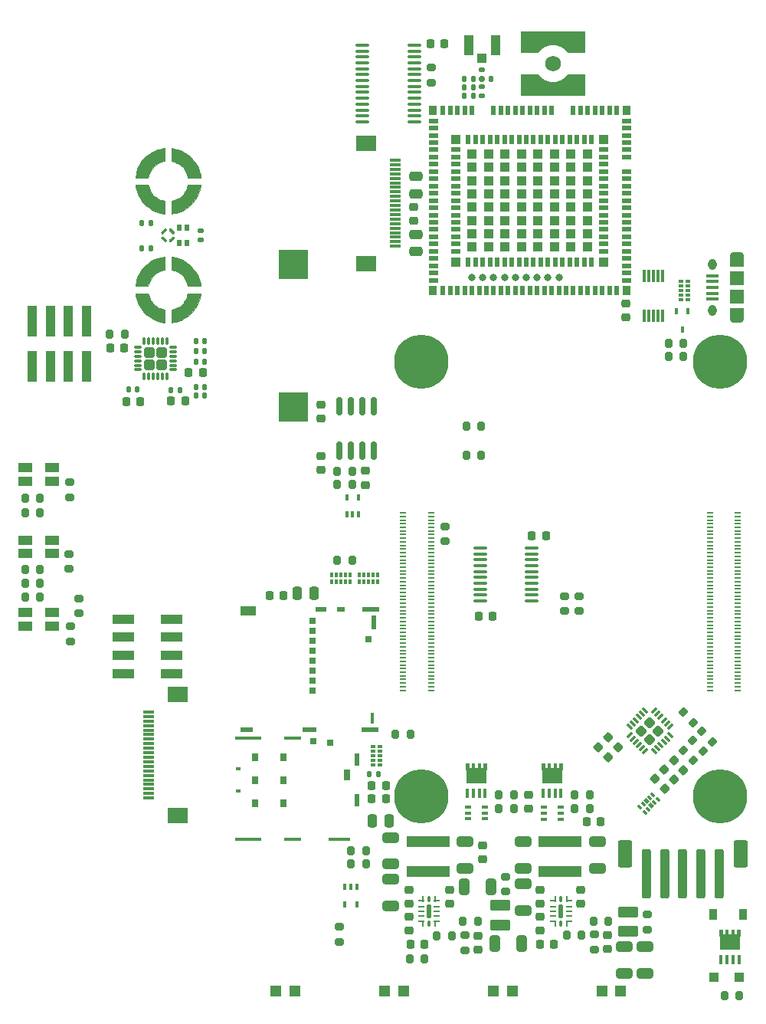
<source format=gbr>
%TF.GenerationSoftware,KiCad,Pcbnew,5.99.0-1.20210329git38c849b.fc33*%
%TF.CreationDate,2021-04-01T23:54:55+01:00*%
%TF.ProjectId,safeproject-panel-r2,73616665-7072-46f6-9a65-63742d70616e,rev?*%
%TF.SameCoordinates,Original*%
%TF.FileFunction,Paste,Top*%
%TF.FilePolarity,Positive*%
%FSLAX46Y46*%
G04 Gerber Fmt 4.6, Leading zero omitted, Abs format (unit mm)*
G04 Created by KiCad (PCBNEW 5.99.0-1.20210329git38c849b.fc33) date 2021-04-01 23:54:55*
%MOMM*%
%LPD*%
G01*
G04 APERTURE LIST*
G04 Aperture macros list*
%AMRoundRect*
0 Rectangle with rounded corners*
0 $1 Rounding radius*
0 $2 $3 $4 $5 $6 $7 $8 $9 X,Y pos of 4 corners*
0 Add a 4 corners polygon primitive as box body*
4,1,4,$2,$3,$4,$5,$6,$7,$8,$9,$2,$3,0*
0 Add four circle primitives for the rounded corners*
1,1,$1+$1,$2,$3*
1,1,$1+$1,$4,$5*
1,1,$1+$1,$6,$7*
1,1,$1+$1,$8,$9*
0 Add four rect primitives between the rounded corners*
20,1,$1+$1,$2,$3,$4,$5,0*
20,1,$1+$1,$4,$5,$6,$7,0*
20,1,$1+$1,$6,$7,$8,$9,0*
20,1,$1+$1,$8,$9,$2,$3,0*%
%AMRotRect*
0 Rectangle, with rotation*
0 The origin of the aperture is its center*
0 $1 length*
0 $2 width*
0 $3 Rotation angle, in degrees counterclockwise*
0 Add horizontal line*
21,1,$1,$2,0,0,$3*%
%AMFreePoly0*
4,1,21,1.372500,0.787500,0.862500,0.787500,0.862500,0.532500,1.372500,0.532500,1.372500,0.127500,0.862500,0.127500,0.862500,-0.127500,1.372500,-0.127500,1.372500,-0.532500,0.862500,-0.532500,0.862500,-0.787500,1.372500,-0.787500,1.372500,-1.195000,0.612500,-1.195000,0.612500,-1.117500,-0.862500,-1.117500,-0.862500,1.117500,0.612500,1.117500,0.612500,1.195000,1.372500,1.195000,
1.372500,0.787500,1.372500,0.787500,$1*%
%AMFreePoly1*
4,1,25,-1.500000,1.420000,-1.360000,1.280000,-1.205000,1.155000,-1.035000,1.045000,-0.860000,0.950000,-0.675000,0.875000,-0.480000,0.820000,-0.280000,0.780000,-0.085000,0.765000,0.085000,0.765000,0.280000,0.780000,0.480000,0.820000,0.675000,0.875000,0.860000,0.950000,1.035000,1.045000,1.205000,1.155000,1.360000,1.280000,1.500000,1.420000,1.645000,1.595000,3.555000,1.595000,
3.555000,-0.755000,-3.555000,-0.755000,-3.555000,1.595000,-1.645000,1.595000,-1.500000,1.420000,-1.500000,1.420000,$1*%
G04 Aperture macros list end*
%ADD10C,0.010000*%
%ADD11C,0.300000*%
%ADD12O,1.550000X0.890000*%
%ADD13O,0.950000X1.250000*%
%ADD14R,1.350000X0.400000*%
%ADD15R,1.550000X1.500000*%
%ADD16R,1.550000X1.200000*%
%ADD17R,0.405000X0.990000*%
%ADD18FreePoly0,90.000000*%
%ADD19R,1.200000X1.200000*%
%ADD20RoundRect,0.250000X-0.250000X-2.500000X0.250000X-2.500000X0.250000X2.500000X-0.250000X2.500000X0*%
%ADD21RoundRect,0.250000X-0.550000X-1.250000X0.550000X-1.250000X0.550000X1.250000X-0.550000X1.250000X0*%
%ADD22RoundRect,0.050000X-0.287500X-0.075000X0.287500X-0.075000X0.287500X0.075000X-0.287500X0.075000X0*%
%ADD23RoundRect,0.050000X0.075000X-0.287500X0.075000X0.287500X-0.075000X0.287500X-0.075000X-0.287500X0*%
%ADD24RoundRect,0.050000X-0.275000X-0.075000X0.275000X-0.075000X0.275000X0.075000X-0.275000X0.075000X0*%
%ADD25RoundRect,0.050050X0.124950X0.274950X-0.124950X0.274950X-0.124950X-0.274950X0.124950X-0.274950X0*%
%ADD26RoundRect,0.049950X-0.175050X-0.675050X0.175050X-0.675050X0.175050X0.675050X-0.175050X0.675050X0*%
%ADD27RoundRect,0.225000X0.250000X-0.225000X0.250000X0.225000X-0.250000X0.225000X-0.250000X-0.225000X0*%
%ADD28RoundRect,0.250000X-0.475000X0.250000X-0.475000X-0.250000X0.475000X-0.250000X0.475000X0.250000X0*%
%ADD29RoundRect,0.200000X-0.200000X-0.275000X0.200000X-0.275000X0.200000X0.275000X-0.200000X0.275000X0*%
%ADD30R,0.900000X1.200000*%
%ADD31RoundRect,0.150000X0.150000X-0.825000X0.150000X0.825000X-0.150000X0.825000X-0.150000X-0.825000X0*%
%ADD32RoundRect,0.250000X-0.650000X0.325000X-0.650000X-0.325000X0.650000X-0.325000X0.650000X0.325000X0*%
%ADD33RoundRect,0.100000X0.637500X0.100000X-0.637500X0.100000X-0.637500X-0.100000X0.637500X-0.100000X0*%
%ADD34R,0.450000X0.700000*%
%ADD35R,0.550000X0.300000*%
%ADD36R,0.550000X0.400000*%
%ADD37R,0.300000X0.550000*%
%ADD38R,0.400000X0.550000*%
%ADD39RoundRect,0.200000X0.335876X0.053033X0.053033X0.335876X-0.335876X-0.053033X-0.053033X-0.335876X0*%
%ADD40RoundRect,0.135000X-0.185000X0.135000X-0.185000X-0.135000X0.185000X-0.135000X0.185000X0.135000X0*%
%ADD41R,1.050000X2.200000*%
%ADD42R,1.000000X1.050000*%
%ADD43RoundRect,0.200000X0.275000X-0.200000X0.275000X0.200000X-0.275000X0.200000X-0.275000X-0.200000X0*%
%ADD44RoundRect,0.225000X-0.225000X-0.250000X0.225000X-0.250000X0.225000X0.250000X-0.225000X0.250000X0*%
%ADD45RoundRect,0.200000X0.200000X0.275000X-0.200000X0.275000X-0.200000X-0.275000X0.200000X-0.275000X0*%
%ADD46R,0.500000X1.000000*%
%ADD47R,1.000000X0.500000*%
%ADD48R,1.000000X1.000000*%
%ADD49R,0.900000X1.000000*%
%ADD50C,0.800000*%
%ADD51R,0.300000X1.400000*%
%ADD52RoundRect,0.200000X-0.275000X0.200000X-0.275000X-0.200000X0.275000X-0.200000X0.275000X0.200000X0*%
%ADD53RoundRect,0.225000X0.225000X0.250000X-0.225000X0.250000X-0.225000X-0.250000X0.225000X-0.250000X0*%
%ADD54C,6.000000*%
%ADD55RoundRect,0.225000X-0.250000X0.225000X-0.250000X-0.225000X0.250000X-0.225000X0.250000X0.225000X0*%
%ADD56RoundRect,0.250000X0.650000X-0.325000X0.650000X0.325000X-0.650000X0.325000X-0.650000X-0.325000X0*%
%ADD57RoundRect,0.250000X0.000000X-0.388909X0.388909X0.000000X0.000000X0.388909X-0.388909X0.000000X0*%
%ADD58RoundRect,0.062500X-0.203293X-0.291682X0.291682X0.203293X0.203293X0.291682X-0.291682X-0.203293X0*%
%ADD59RoundRect,0.062500X0.203293X-0.291682X0.291682X-0.203293X-0.203293X0.291682X-0.291682X0.203293X0*%
%ADD60C,1.730000*%
%ADD61FreePoly1,0.000000*%
%ADD62FreePoly1,180.000000*%
%ADD63RoundRect,0.140000X0.140000X0.170000X-0.140000X0.170000X-0.140000X-0.170000X0.140000X-0.170000X0*%
%ADD64R,0.700000X0.200000*%
%ADD65RoundRect,0.225000X-0.017678X0.335876X-0.335876X0.017678X0.017678X-0.335876X0.335876X-0.017678X0*%
%ADD66RoundRect,0.250000X0.850000X-0.375000X0.850000X0.375000X-0.850000X0.375000X-0.850000X-0.375000X0*%
%ADD67R,0.400000X0.650000*%
%ADD68RoundRect,0.225000X-0.335876X-0.017678X-0.017678X-0.335876X0.335876X0.017678X0.017678X0.335876X0*%
%ADD69RoundRect,0.140000X-0.140000X-0.170000X0.140000X-0.170000X0.140000X0.170000X-0.140000X0.170000X0*%
%ADD70RoundRect,0.147500X-0.147500X-0.172500X0.147500X-0.172500X0.147500X0.172500X-0.147500X0.172500X0*%
%ADD71RoundRect,0.250000X0.475000X-0.250000X0.475000X0.250000X-0.475000X0.250000X-0.475000X-0.250000X0*%
%ADD72R,1.300000X0.300000*%
%ADD73R,2.200000X1.800000*%
%ADD74R,1.100000X1.100000*%
%ADD75RoundRect,0.250000X-0.325000X-0.650000X0.325000X-0.650000X0.325000X0.650000X-0.325000X0.650000X0*%
%ADD76R,4.700000X1.200000*%
%ADD77RoundRect,0.100000X-0.637500X-0.100000X0.637500X-0.100000X0.637500X0.100000X-0.637500X0.100000X0*%
%ADD78RoundRect,0.250000X-0.250000X-0.475000X0.250000X-0.475000X0.250000X0.475000X-0.250000X0.475000X0*%
%ADD79R,0.700000X0.900000*%
%ADD80R,0.700000X0.700000*%
%ADD81R,0.650000X1.200000*%
%ADD82R,0.600000X0.300000*%
%ADD83R,0.500000X1.400000*%
%ADD84R,1.900000X0.450000*%
%ADD85R,2.900000X0.450000*%
%ADD86R,0.700000X0.750000*%
%ADD87R,2.400000X0.450000*%
%ADD88RotRect,0.300000X0.550000X225.000000*%
%ADD89RotRect,0.400000X0.550000X225.000000*%
%ADD90R,0.650000X0.400000*%
%ADD91R,3.200000X3.200000*%
%ADD92RoundRect,0.135000X0.135000X0.185000X-0.135000X0.185000X-0.135000X-0.185000X0.135000X-0.185000X0*%
%ADD93R,0.700000X0.640000*%
%ADD94R,0.550000X1.550000*%
%ADD95R,1.150000X0.520000*%
%ADD96R,1.450000X0.570000*%
%ADD97R,0.450000X1.300000*%
%ADD98R,1.700000X1.010000*%
%ADD99R,1.960000X0.570000*%
%ADD100R,1.650000X0.520000*%
%ADD101R,1.850000X0.570000*%
%ADD102R,0.820000X0.520000*%
%ADD103RoundRect,0.250000X0.325000X0.650000X-0.325000X0.650000X-0.325000X-0.650000X0.325000X-0.650000X0*%
%ADD104R,1.500000X1.100000*%
%ADD105R,2.350000X1.000000*%
%ADD106R,1.000000X3.500000*%
%ADD107RoundRect,0.250000X0.325000X0.325000X-0.325000X0.325000X-0.325000X-0.325000X0.325000X-0.325000X0*%
%ADD108RoundRect,0.075000X0.350000X0.075000X-0.350000X0.075000X-0.350000X-0.075000X0.350000X-0.075000X0*%
%ADD109RoundRect,0.075000X0.075000X0.350000X-0.075000X0.350000X-0.075000X-0.350000X0.075000X-0.350000X0*%
%ADD110R,0.522000X0.725000*%
%ADD111RoundRect,0.140000X0.170000X-0.140000X0.170000X0.140000X-0.170000X0.140000X-0.170000X-0.140000X0*%
G04 APERTURE END LIST*
D10*
%TO.C,REF\u002A\u002A*%
X56902604Y-57827371D02*
X56427601Y-57677371D01*
X56427601Y-57677371D02*
X56027601Y-57477371D01*
X56027601Y-57477371D02*
X55702601Y-57277371D01*
X55702601Y-57277371D02*
X55352604Y-57002371D01*
X55352604Y-57002371D02*
X55002604Y-56627368D01*
X55002604Y-56627368D02*
X54777604Y-56327371D01*
X54777604Y-56327371D02*
X54627604Y-56077371D01*
X54627604Y-56077371D02*
X54527604Y-55902371D01*
X54527604Y-55902371D02*
X54452604Y-55727371D01*
X54452604Y-55727371D02*
X54352604Y-55452371D01*
X54352604Y-55452371D02*
X54277604Y-55202371D01*
X54277604Y-55202371D02*
X54227604Y-54977371D01*
X54227604Y-54977371D02*
X54177604Y-54702371D01*
X54177604Y-54702371D02*
X55602604Y-54702371D01*
X55602604Y-54702371D02*
X55702604Y-55077371D01*
X55702604Y-55077371D02*
X55852604Y-55402371D01*
X55852604Y-55402371D02*
X55977604Y-55602371D01*
X55977604Y-55602371D02*
X56177604Y-55852371D01*
X56177604Y-55852371D02*
X56402604Y-56052374D01*
X56402604Y-56052374D02*
X56577604Y-56177374D01*
X56577604Y-56177374D02*
X56777604Y-56302374D01*
X56777604Y-56302374D02*
X56952604Y-56377374D01*
X56952604Y-56377374D02*
X57102604Y-56427374D01*
X57102604Y-56427374D02*
X57402604Y-56502371D01*
X57402604Y-56502371D02*
X57402604Y-57927371D01*
X57402604Y-57927371D02*
X56902604Y-57827371D01*
G36*
X55702604Y-55077371D02*
G01*
X55852604Y-55402371D01*
X55977604Y-55602371D01*
X56177604Y-55852371D01*
X56402604Y-56052374D01*
X56577604Y-56177374D01*
X56777604Y-56302374D01*
X56952604Y-56377374D01*
X57102604Y-56427374D01*
X57402604Y-56502371D01*
X57402604Y-57927371D01*
X56902604Y-57827371D01*
X56427601Y-57677371D01*
X56027601Y-57477371D01*
X55702601Y-57277371D01*
X55352604Y-57002371D01*
X55002604Y-56627368D01*
X54777604Y-56327371D01*
X54627604Y-56077371D01*
X54527604Y-55902371D01*
X54452604Y-55727371D01*
X54352604Y-55452371D01*
X54277604Y-55202371D01*
X54227604Y-54977371D01*
X54177604Y-54702371D01*
X55602604Y-54702371D01*
X55702604Y-55077371D01*
G37*
X55702604Y-55077371D02*
X55852604Y-55402371D01*
X55977604Y-55602371D01*
X56177604Y-55852371D01*
X56402604Y-56052374D01*
X56577604Y-56177374D01*
X56777604Y-56302374D01*
X56952604Y-56377374D01*
X57102604Y-56427374D01*
X57402604Y-56502371D01*
X57402604Y-57927371D01*
X56902604Y-57827371D01*
X56427601Y-57677371D01*
X56027601Y-57477371D01*
X55702601Y-57277371D01*
X55352604Y-57002371D01*
X55002604Y-56627368D01*
X54777604Y-56327371D01*
X54627604Y-56077371D01*
X54527604Y-55902371D01*
X54452604Y-55727371D01*
X54352604Y-55452371D01*
X54277604Y-55202371D01*
X54227604Y-54977371D01*
X54177604Y-54702371D01*
X55602604Y-54702371D01*
X55702604Y-55077371D01*
X54277604Y-53402371D02*
X54427604Y-52927365D01*
X54427604Y-52927365D02*
X54627604Y-52527365D01*
X54627604Y-52527365D02*
X54827604Y-52202368D01*
X54827604Y-52202368D02*
X55102604Y-51852371D01*
X55102604Y-51852371D02*
X55477610Y-51502371D01*
X55477610Y-51502371D02*
X55777607Y-51277371D01*
X55777607Y-51277371D02*
X56027604Y-51127371D01*
X56027604Y-51127371D02*
X56202604Y-51027371D01*
X56202604Y-51027371D02*
X56377604Y-50952371D01*
X56377604Y-50952371D02*
X56652604Y-50852371D01*
X56652604Y-50852371D02*
X56902604Y-50777371D01*
X56902604Y-50777371D02*
X57127604Y-50727371D01*
X57127604Y-50727371D02*
X57402604Y-50677371D01*
X57402604Y-50677371D02*
X57402604Y-52102374D01*
X57402604Y-52102374D02*
X57027604Y-52202374D01*
X57027604Y-52202374D02*
X56702604Y-52352371D01*
X56702604Y-52352371D02*
X56502604Y-52477371D01*
X56502604Y-52477371D02*
X56252604Y-52677371D01*
X56252604Y-52677371D02*
X56052598Y-52902371D01*
X56052598Y-52902371D02*
X55927598Y-53077371D01*
X55927598Y-53077371D02*
X55802601Y-53277371D01*
X55802601Y-53277371D02*
X55727601Y-53452371D01*
X55727601Y-53452371D02*
X55677601Y-53602371D01*
X55677601Y-53602371D02*
X55602604Y-53902371D01*
X55602604Y-53902371D02*
X54177604Y-53902371D01*
X54177604Y-53902371D02*
X54277604Y-53402371D01*
G36*
X57402604Y-52102374D02*
G01*
X57027604Y-52202374D01*
X56702604Y-52352371D01*
X56502604Y-52477371D01*
X56252604Y-52677371D01*
X56052598Y-52902371D01*
X55927598Y-53077371D01*
X55802601Y-53277371D01*
X55727601Y-53452371D01*
X55677601Y-53602371D01*
X55602604Y-53902371D01*
X54177604Y-53902371D01*
X54277604Y-53402371D01*
X54427604Y-52927365D01*
X54627604Y-52527365D01*
X54827604Y-52202368D01*
X55102604Y-51852371D01*
X55477610Y-51502371D01*
X55777607Y-51277371D01*
X56027604Y-51127371D01*
X56202604Y-51027371D01*
X56377604Y-50952371D01*
X56652604Y-50852371D01*
X56902604Y-50777371D01*
X57127604Y-50727371D01*
X57402604Y-50677371D01*
X57402604Y-52102374D01*
G37*
X57402604Y-52102374D02*
X57027604Y-52202374D01*
X56702604Y-52352371D01*
X56502604Y-52477371D01*
X56252604Y-52677371D01*
X56052598Y-52902371D01*
X55927598Y-53077371D01*
X55802601Y-53277371D01*
X55727601Y-53452371D01*
X55677601Y-53602371D01*
X55602604Y-53902371D01*
X54177604Y-53902371D01*
X54277604Y-53402371D01*
X54427604Y-52927365D01*
X54627604Y-52527365D01*
X54827604Y-52202368D01*
X55102604Y-51852371D01*
X55477610Y-51502371D01*
X55777607Y-51277371D01*
X56027604Y-51127371D01*
X56202604Y-51027371D01*
X56377604Y-50952371D01*
X56652604Y-50852371D01*
X56902604Y-50777371D01*
X57127604Y-50727371D01*
X57402604Y-50677371D01*
X57402604Y-52102374D01*
X61327604Y-55202371D02*
X61177604Y-55677371D01*
X61177604Y-55677371D02*
X60977604Y-56077371D01*
X60977604Y-56077371D02*
X60777604Y-56402371D01*
X60777604Y-56402371D02*
X60502604Y-56752371D01*
X60502604Y-56752371D02*
X60127604Y-57102371D01*
X60127604Y-57102371D02*
X59827604Y-57327371D01*
X59827604Y-57327371D02*
X59577604Y-57477371D01*
X59577604Y-57477371D02*
X59402604Y-57577371D01*
X59402604Y-57577371D02*
X59227604Y-57652371D01*
X59227604Y-57652371D02*
X58952604Y-57752371D01*
X58952604Y-57752371D02*
X58702604Y-57827371D01*
X58702604Y-57827371D02*
X58477604Y-57877371D01*
X58477604Y-57877371D02*
X58202604Y-57927371D01*
X58202604Y-57927371D02*
X58202604Y-56502371D01*
X58202604Y-56502371D02*
X58577604Y-56402371D01*
X58577604Y-56402371D02*
X58902604Y-56252371D01*
X58902604Y-56252371D02*
X59102604Y-56127371D01*
X59102604Y-56127371D02*
X59352604Y-55927371D01*
X59352604Y-55927371D02*
X59552604Y-55702371D01*
X59552604Y-55702371D02*
X59677604Y-55527371D01*
X59677604Y-55527371D02*
X59802604Y-55327371D01*
X59802604Y-55327371D02*
X59877604Y-55152371D01*
X59877604Y-55152371D02*
X59927604Y-55002371D01*
X59927604Y-55002371D02*
X60002604Y-54702371D01*
X60002604Y-54702371D02*
X61427604Y-54702371D01*
X61427604Y-54702371D02*
X61327604Y-55202371D01*
G36*
X61327604Y-55202371D02*
G01*
X61177604Y-55677371D01*
X60977604Y-56077371D01*
X60777604Y-56402371D01*
X60502604Y-56752371D01*
X60127604Y-57102371D01*
X59827604Y-57327371D01*
X59577604Y-57477371D01*
X59402604Y-57577371D01*
X59227604Y-57652371D01*
X58952604Y-57752371D01*
X58702604Y-57827371D01*
X58477604Y-57877371D01*
X58202604Y-57927371D01*
X58202604Y-56502371D01*
X58577604Y-56402371D01*
X58902604Y-56252371D01*
X59102604Y-56127371D01*
X59352604Y-55927371D01*
X59552604Y-55702371D01*
X59677604Y-55527371D01*
X59802604Y-55327371D01*
X59877604Y-55152371D01*
X59927604Y-55002371D01*
X60002604Y-54702371D01*
X61427604Y-54702371D01*
X61327604Y-55202371D01*
G37*
X61327604Y-55202371D02*
X61177604Y-55677371D01*
X60977604Y-56077371D01*
X60777604Y-56402371D01*
X60502604Y-56752371D01*
X60127604Y-57102371D01*
X59827604Y-57327371D01*
X59577604Y-57477371D01*
X59402604Y-57577371D01*
X59227604Y-57652371D01*
X58952604Y-57752371D01*
X58702604Y-57827371D01*
X58477604Y-57877371D01*
X58202604Y-57927371D01*
X58202604Y-56502371D01*
X58577604Y-56402371D01*
X58902604Y-56252371D01*
X59102604Y-56127371D01*
X59352604Y-55927371D01*
X59552604Y-55702371D01*
X59677604Y-55527371D01*
X59802604Y-55327371D01*
X59877604Y-55152371D01*
X59927604Y-55002371D01*
X60002604Y-54702371D01*
X61427604Y-54702371D01*
X61327604Y-55202371D01*
X58702604Y-50777371D02*
X59177613Y-50927371D01*
X59177613Y-50927371D02*
X59577610Y-51127371D01*
X59577610Y-51127371D02*
X59902607Y-51327371D01*
X59902607Y-51327371D02*
X60252604Y-51602374D01*
X60252604Y-51602374D02*
X60602604Y-51977377D01*
X60602604Y-51977377D02*
X60827604Y-52277374D01*
X60827604Y-52277374D02*
X60977604Y-52527371D01*
X60977604Y-52527371D02*
X61077604Y-52702371D01*
X61077604Y-52702371D02*
X61152604Y-52877371D01*
X61152604Y-52877371D02*
X61252604Y-53152371D01*
X61252604Y-53152371D02*
X61327604Y-53402371D01*
X61327604Y-53402371D02*
X61377604Y-53627371D01*
X61377604Y-53627371D02*
X61427601Y-53902371D01*
X61427601Y-53902371D02*
X60002598Y-53902371D01*
X60002598Y-53902371D02*
X59902598Y-53527371D01*
X59902598Y-53527371D02*
X59752601Y-53202371D01*
X59752601Y-53202371D02*
X59627601Y-53002371D01*
X59627601Y-53002371D02*
X59427604Y-52752371D01*
X59427604Y-52752371D02*
X59202604Y-52552365D01*
X59202604Y-52552365D02*
X59027604Y-52427365D01*
X59027604Y-52427365D02*
X58827604Y-52302368D01*
X58827604Y-52302368D02*
X58652604Y-52227365D01*
X58652604Y-52227365D02*
X58502604Y-52177365D01*
X58502604Y-52177365D02*
X58202604Y-52102368D01*
X58202604Y-52102368D02*
X58202604Y-50677371D01*
X58202604Y-50677371D02*
X58702604Y-50777371D01*
G36*
X58702604Y-50777371D02*
G01*
X59177613Y-50927371D01*
X59577610Y-51127371D01*
X59902607Y-51327371D01*
X60252604Y-51602374D01*
X60602604Y-51977377D01*
X60827604Y-52277374D01*
X60977604Y-52527371D01*
X61077604Y-52702371D01*
X61152604Y-52877371D01*
X61252604Y-53152371D01*
X61327604Y-53402371D01*
X61377604Y-53627371D01*
X61427601Y-53902371D01*
X60002598Y-53902371D01*
X59902598Y-53527371D01*
X59752601Y-53202371D01*
X59627601Y-53002371D01*
X59427604Y-52752371D01*
X59202604Y-52552365D01*
X59027604Y-52427365D01*
X58827604Y-52302368D01*
X58652604Y-52227365D01*
X58502604Y-52177365D01*
X58202604Y-52102368D01*
X58202604Y-50677371D01*
X58702604Y-50777371D01*
G37*
X58702604Y-50777371D02*
X59177613Y-50927371D01*
X59577610Y-51127371D01*
X59902607Y-51327371D01*
X60252604Y-51602374D01*
X60602604Y-51977377D01*
X60827604Y-52277374D01*
X60977604Y-52527371D01*
X61077604Y-52702371D01*
X61152604Y-52877371D01*
X61252604Y-53152371D01*
X61327604Y-53402371D01*
X61377604Y-53627371D01*
X61427601Y-53902371D01*
X60002598Y-53902371D01*
X59902598Y-53527371D01*
X59752601Y-53202371D01*
X59627601Y-53002371D01*
X59427604Y-52752371D01*
X59202604Y-52552365D01*
X59027604Y-52427365D01*
X58827604Y-52302368D01*
X58652604Y-52227365D01*
X58502604Y-52177365D01*
X58202604Y-52102368D01*
X58202604Y-50677371D01*
X58702604Y-50777371D01*
X58702604Y-38777371D02*
X59177613Y-38927371D01*
X59177613Y-38927371D02*
X59577610Y-39127371D01*
X59577610Y-39127371D02*
X59902607Y-39327371D01*
X59902607Y-39327371D02*
X60252604Y-39602374D01*
X60252604Y-39602374D02*
X60602604Y-39977377D01*
X60602604Y-39977377D02*
X60827604Y-40277374D01*
X60827604Y-40277374D02*
X60977604Y-40527371D01*
X60977604Y-40527371D02*
X61077604Y-40702371D01*
X61077604Y-40702371D02*
X61152604Y-40877371D01*
X61152604Y-40877371D02*
X61252604Y-41152371D01*
X61252604Y-41152371D02*
X61327604Y-41402371D01*
X61327604Y-41402371D02*
X61377604Y-41627371D01*
X61377604Y-41627371D02*
X61427601Y-41902371D01*
X61427601Y-41902371D02*
X60002598Y-41902371D01*
X60002598Y-41902371D02*
X59902598Y-41527371D01*
X59902598Y-41527371D02*
X59752601Y-41202371D01*
X59752601Y-41202371D02*
X59627601Y-41002371D01*
X59627601Y-41002371D02*
X59427604Y-40752371D01*
X59427604Y-40752371D02*
X59202604Y-40552365D01*
X59202604Y-40552365D02*
X59027604Y-40427365D01*
X59027604Y-40427365D02*
X58827604Y-40302368D01*
X58827604Y-40302368D02*
X58652604Y-40227365D01*
X58652604Y-40227365D02*
X58502604Y-40177365D01*
X58502604Y-40177365D02*
X58202604Y-40102368D01*
X58202604Y-40102368D02*
X58202604Y-38677371D01*
X58202604Y-38677371D02*
X58702604Y-38777371D01*
G36*
X58702604Y-38777371D02*
G01*
X59177613Y-38927371D01*
X59577610Y-39127371D01*
X59902607Y-39327371D01*
X60252604Y-39602374D01*
X60602604Y-39977377D01*
X60827604Y-40277374D01*
X60977604Y-40527371D01*
X61077604Y-40702371D01*
X61152604Y-40877371D01*
X61252604Y-41152371D01*
X61327604Y-41402371D01*
X61377604Y-41627371D01*
X61427601Y-41902371D01*
X60002598Y-41902371D01*
X59902598Y-41527371D01*
X59752601Y-41202371D01*
X59627601Y-41002371D01*
X59427604Y-40752371D01*
X59202604Y-40552365D01*
X59027604Y-40427365D01*
X58827604Y-40302368D01*
X58652604Y-40227365D01*
X58502604Y-40177365D01*
X58202604Y-40102368D01*
X58202604Y-38677371D01*
X58702604Y-38777371D01*
G37*
X58702604Y-38777371D02*
X59177613Y-38927371D01*
X59577610Y-39127371D01*
X59902607Y-39327371D01*
X60252604Y-39602374D01*
X60602604Y-39977377D01*
X60827604Y-40277374D01*
X60977604Y-40527371D01*
X61077604Y-40702371D01*
X61152604Y-40877371D01*
X61252604Y-41152371D01*
X61327604Y-41402371D01*
X61377604Y-41627371D01*
X61427601Y-41902371D01*
X60002598Y-41902371D01*
X59902598Y-41527371D01*
X59752601Y-41202371D01*
X59627601Y-41002371D01*
X59427604Y-40752371D01*
X59202604Y-40552365D01*
X59027604Y-40427365D01*
X58827604Y-40302368D01*
X58652604Y-40227365D01*
X58502604Y-40177365D01*
X58202604Y-40102368D01*
X58202604Y-38677371D01*
X58702604Y-38777371D01*
X54277604Y-41402371D02*
X54427604Y-40927365D01*
X54427604Y-40927365D02*
X54627604Y-40527365D01*
X54627604Y-40527365D02*
X54827604Y-40202368D01*
X54827604Y-40202368D02*
X55102604Y-39852371D01*
X55102604Y-39852371D02*
X55477610Y-39502371D01*
X55477610Y-39502371D02*
X55777607Y-39277371D01*
X55777607Y-39277371D02*
X56027604Y-39127371D01*
X56027604Y-39127371D02*
X56202604Y-39027371D01*
X56202604Y-39027371D02*
X56377604Y-38952371D01*
X56377604Y-38952371D02*
X56652604Y-38852371D01*
X56652604Y-38852371D02*
X56902604Y-38777371D01*
X56902604Y-38777371D02*
X57127604Y-38727371D01*
X57127604Y-38727371D02*
X57402604Y-38677371D01*
X57402604Y-38677371D02*
X57402604Y-40102374D01*
X57402604Y-40102374D02*
X57027604Y-40202374D01*
X57027604Y-40202374D02*
X56702604Y-40352371D01*
X56702604Y-40352371D02*
X56502604Y-40477371D01*
X56502604Y-40477371D02*
X56252604Y-40677371D01*
X56252604Y-40677371D02*
X56052598Y-40902371D01*
X56052598Y-40902371D02*
X55927598Y-41077371D01*
X55927598Y-41077371D02*
X55802601Y-41277371D01*
X55802601Y-41277371D02*
X55727601Y-41452371D01*
X55727601Y-41452371D02*
X55677601Y-41602371D01*
X55677601Y-41602371D02*
X55602604Y-41902371D01*
X55602604Y-41902371D02*
X54177604Y-41902371D01*
X54177604Y-41902371D02*
X54277604Y-41402371D01*
G36*
X57402604Y-40102374D02*
G01*
X57027604Y-40202374D01*
X56702604Y-40352371D01*
X56502604Y-40477371D01*
X56252604Y-40677371D01*
X56052598Y-40902371D01*
X55927598Y-41077371D01*
X55802601Y-41277371D01*
X55727601Y-41452371D01*
X55677601Y-41602371D01*
X55602604Y-41902371D01*
X54177604Y-41902371D01*
X54277604Y-41402371D01*
X54427604Y-40927365D01*
X54627604Y-40527365D01*
X54827604Y-40202368D01*
X55102604Y-39852371D01*
X55477610Y-39502371D01*
X55777607Y-39277371D01*
X56027604Y-39127371D01*
X56202604Y-39027371D01*
X56377604Y-38952371D01*
X56652604Y-38852371D01*
X56902604Y-38777371D01*
X57127604Y-38727371D01*
X57402604Y-38677371D01*
X57402604Y-40102374D01*
G37*
X57402604Y-40102374D02*
X57027604Y-40202374D01*
X56702604Y-40352371D01*
X56502604Y-40477371D01*
X56252604Y-40677371D01*
X56052598Y-40902371D01*
X55927598Y-41077371D01*
X55802601Y-41277371D01*
X55727601Y-41452371D01*
X55677601Y-41602371D01*
X55602604Y-41902371D01*
X54177604Y-41902371D01*
X54277604Y-41402371D01*
X54427604Y-40927365D01*
X54627604Y-40527365D01*
X54827604Y-40202368D01*
X55102604Y-39852371D01*
X55477610Y-39502371D01*
X55777607Y-39277371D01*
X56027604Y-39127371D01*
X56202604Y-39027371D01*
X56377604Y-38952371D01*
X56652604Y-38852371D01*
X56902604Y-38777371D01*
X57127604Y-38727371D01*
X57402604Y-38677371D01*
X57402604Y-40102374D01*
X56902604Y-45827371D02*
X56427601Y-45677371D01*
X56427601Y-45677371D02*
X56027601Y-45477371D01*
X56027601Y-45477371D02*
X55702601Y-45277371D01*
X55702601Y-45277371D02*
X55352604Y-45002371D01*
X55352604Y-45002371D02*
X55002604Y-44627368D01*
X55002604Y-44627368D02*
X54777604Y-44327371D01*
X54777604Y-44327371D02*
X54627604Y-44077371D01*
X54627604Y-44077371D02*
X54527604Y-43902371D01*
X54527604Y-43902371D02*
X54452604Y-43727371D01*
X54452604Y-43727371D02*
X54352604Y-43452371D01*
X54352604Y-43452371D02*
X54277604Y-43202371D01*
X54277604Y-43202371D02*
X54227604Y-42977371D01*
X54227604Y-42977371D02*
X54177604Y-42702371D01*
X54177604Y-42702371D02*
X55602604Y-42702371D01*
X55602604Y-42702371D02*
X55702604Y-43077371D01*
X55702604Y-43077371D02*
X55852604Y-43402371D01*
X55852604Y-43402371D02*
X55977604Y-43602371D01*
X55977604Y-43602371D02*
X56177604Y-43852371D01*
X56177604Y-43852371D02*
X56402604Y-44052374D01*
X56402604Y-44052374D02*
X56577604Y-44177374D01*
X56577604Y-44177374D02*
X56777604Y-44302374D01*
X56777604Y-44302374D02*
X56952604Y-44377374D01*
X56952604Y-44377374D02*
X57102604Y-44427374D01*
X57102604Y-44427374D02*
X57402604Y-44502371D01*
X57402604Y-44502371D02*
X57402604Y-45927371D01*
X57402604Y-45927371D02*
X56902604Y-45827371D01*
G36*
X55702604Y-43077371D02*
G01*
X55852604Y-43402371D01*
X55977604Y-43602371D01*
X56177604Y-43852371D01*
X56402604Y-44052374D01*
X56577604Y-44177374D01*
X56777604Y-44302374D01*
X56952604Y-44377374D01*
X57102604Y-44427374D01*
X57402604Y-44502371D01*
X57402604Y-45927371D01*
X56902604Y-45827371D01*
X56427601Y-45677371D01*
X56027601Y-45477371D01*
X55702601Y-45277371D01*
X55352604Y-45002371D01*
X55002604Y-44627368D01*
X54777604Y-44327371D01*
X54627604Y-44077371D01*
X54527604Y-43902371D01*
X54452604Y-43727371D01*
X54352604Y-43452371D01*
X54277604Y-43202371D01*
X54227604Y-42977371D01*
X54177604Y-42702371D01*
X55602604Y-42702371D01*
X55702604Y-43077371D01*
G37*
X55702604Y-43077371D02*
X55852604Y-43402371D01*
X55977604Y-43602371D01*
X56177604Y-43852371D01*
X56402604Y-44052374D01*
X56577604Y-44177374D01*
X56777604Y-44302374D01*
X56952604Y-44377374D01*
X57102604Y-44427374D01*
X57402604Y-44502371D01*
X57402604Y-45927371D01*
X56902604Y-45827371D01*
X56427601Y-45677371D01*
X56027601Y-45477371D01*
X55702601Y-45277371D01*
X55352604Y-45002371D01*
X55002604Y-44627368D01*
X54777604Y-44327371D01*
X54627604Y-44077371D01*
X54527604Y-43902371D01*
X54452604Y-43727371D01*
X54352604Y-43452371D01*
X54277604Y-43202371D01*
X54227604Y-42977371D01*
X54177604Y-42702371D01*
X55602604Y-42702371D01*
X55702604Y-43077371D01*
X61327604Y-43202371D02*
X61177604Y-43677371D01*
X61177604Y-43677371D02*
X60977604Y-44077371D01*
X60977604Y-44077371D02*
X60777604Y-44402371D01*
X60777604Y-44402371D02*
X60502604Y-44752371D01*
X60502604Y-44752371D02*
X60127604Y-45102371D01*
X60127604Y-45102371D02*
X59827604Y-45327371D01*
X59827604Y-45327371D02*
X59577604Y-45477371D01*
X59577604Y-45477371D02*
X59402604Y-45577371D01*
X59402604Y-45577371D02*
X59227604Y-45652371D01*
X59227604Y-45652371D02*
X58952604Y-45752371D01*
X58952604Y-45752371D02*
X58702604Y-45827371D01*
X58702604Y-45827371D02*
X58477604Y-45877371D01*
X58477604Y-45877371D02*
X58202604Y-45927371D01*
X58202604Y-45927371D02*
X58202604Y-44502371D01*
X58202604Y-44502371D02*
X58577604Y-44402371D01*
X58577604Y-44402371D02*
X58902604Y-44252371D01*
X58902604Y-44252371D02*
X59102604Y-44127371D01*
X59102604Y-44127371D02*
X59352604Y-43927371D01*
X59352604Y-43927371D02*
X59552604Y-43702371D01*
X59552604Y-43702371D02*
X59677604Y-43527371D01*
X59677604Y-43527371D02*
X59802604Y-43327371D01*
X59802604Y-43327371D02*
X59877604Y-43152371D01*
X59877604Y-43152371D02*
X59927604Y-43002371D01*
X59927604Y-43002371D02*
X60002604Y-42702371D01*
X60002604Y-42702371D02*
X61427604Y-42702371D01*
X61427604Y-42702371D02*
X61327604Y-43202371D01*
G36*
X61327604Y-43202371D02*
G01*
X61177604Y-43677371D01*
X60977604Y-44077371D01*
X60777604Y-44402371D01*
X60502604Y-44752371D01*
X60127604Y-45102371D01*
X59827604Y-45327371D01*
X59577604Y-45477371D01*
X59402604Y-45577371D01*
X59227604Y-45652371D01*
X58952604Y-45752371D01*
X58702604Y-45827371D01*
X58477604Y-45877371D01*
X58202604Y-45927371D01*
X58202604Y-44502371D01*
X58577604Y-44402371D01*
X58902604Y-44252371D01*
X59102604Y-44127371D01*
X59352604Y-43927371D01*
X59552604Y-43702371D01*
X59677604Y-43527371D01*
X59802604Y-43327371D01*
X59877604Y-43152371D01*
X59927604Y-43002371D01*
X60002604Y-42702371D01*
X61427604Y-42702371D01*
X61327604Y-43202371D01*
G37*
X61327604Y-43202371D02*
X61177604Y-43677371D01*
X60977604Y-44077371D01*
X60777604Y-44402371D01*
X60502604Y-44752371D01*
X60127604Y-45102371D01*
X59827604Y-45327371D01*
X59577604Y-45477371D01*
X59402604Y-45577371D01*
X59227604Y-45652371D01*
X58952604Y-45752371D01*
X58702604Y-45827371D01*
X58477604Y-45877371D01*
X58202604Y-45927371D01*
X58202604Y-44502371D01*
X58577604Y-44402371D01*
X58902604Y-44252371D01*
X59102604Y-44127371D01*
X59352604Y-43927371D01*
X59552604Y-43702371D01*
X59677604Y-43527371D01*
X59802604Y-43327371D01*
X59877604Y-43152371D01*
X59927604Y-43002371D01*
X60002604Y-42702371D01*
X61427604Y-42702371D01*
X61327604Y-43202371D01*
D11*
%TO.C,MIC1*%
X57195989Y-48571239D02*
G75*
G03*
X57520000Y-48900000I604011J271239D01*
G01*
X58404011Y-48028761D02*
G75*
G03*
X58080000Y-47700000I-604011J-271239D01*
G01*
X58071710Y-48903800D02*
G75*
G03*
X58400000Y-48580000I-271710J603800D01*
G01*
X57528761Y-47695989D02*
G75*
G03*
X57200000Y-48020000I271239J-604011D01*
G01*
%TD*%
D12*
%TO.C,J15*%
X120700000Y-57550000D03*
X120700000Y-50550000D03*
D13*
X118000000Y-56550000D03*
X118000000Y-51550000D03*
D14*
X118000000Y-55350000D03*
X118000000Y-54700000D03*
X118000000Y-54050000D03*
X118000000Y-53400000D03*
X118000000Y-52750000D03*
D15*
X120700000Y-53050000D03*
X120700000Y-55050000D03*
D16*
X120700000Y-51150000D03*
X120700000Y-56950000D03*
%TD*%
D17*
%TO.C,Q3*%
X118915600Y-128332200D03*
X119575600Y-128332200D03*
X120235600Y-128332200D03*
X120895600Y-128332200D03*
D18*
X119905600Y-126339700D03*
%TD*%
D19*
%TO.C,D1*%
X81750000Y-131750000D03*
X83850000Y-131750000D03*
%TD*%
D17*
%TO.C,Q1*%
X90885000Y-109935000D03*
X91545000Y-109935000D03*
X92205000Y-109935000D03*
X92865000Y-109935000D03*
D18*
X91875000Y-107942500D03*
%TD*%
D20*
%TO.C,J10*%
X110700000Y-118850000D03*
X112700000Y-118850000D03*
X114700000Y-118850000D03*
X116700000Y-118850000D03*
X118700000Y-118850000D03*
D21*
X108300000Y-116600000D03*
X121100000Y-116600000D03*
%TD*%
D22*
%TO.C,U5*%
X85787500Y-121800000D03*
D23*
X86000000Y-121587500D03*
D24*
X85775000Y-122450000D03*
X85775000Y-122950000D03*
X85775000Y-123450000D03*
D23*
X86000000Y-124312500D03*
D22*
X85787500Y-124100000D03*
D25*
X86650000Y-124325000D03*
D22*
X87512500Y-124100000D03*
D23*
X87300000Y-124312500D03*
D24*
X87525000Y-123450000D03*
X87525000Y-122950000D03*
X87525000Y-122450000D03*
D22*
X87512500Y-121800000D03*
D23*
X87300000Y-121587500D03*
D25*
X86650000Y-121575000D03*
D26*
X86650000Y-122950000D03*
%TD*%
D27*
%TO.C,C36*%
X79600000Y-75875000D03*
X79600000Y-74325000D03*
%TD*%
D28*
%TO.C,C23*%
X85200000Y-48200000D03*
X85200000Y-50100000D03*
%TD*%
D29*
%TO.C,R7*%
X94375000Y-111600000D03*
X96025000Y-111600000D03*
%TD*%
D30*
%TO.C,D4*%
X121400000Y-123300000D03*
X118100000Y-123300000D03*
%TD*%
D29*
%TO.C,R8*%
X102750000Y-111600000D03*
X104400000Y-111600000D03*
%TD*%
D31*
%TO.C,U13*%
X76745000Y-72125000D03*
X78015000Y-72125000D03*
X79285000Y-72125000D03*
X80555000Y-72125000D03*
X80555000Y-67175000D03*
X79285000Y-67175000D03*
X78015000Y-67175000D03*
X76745000Y-67175000D03*
%TD*%
D32*
%TO.C,C43*%
X108278000Y-126888200D03*
X108278000Y-129838200D03*
%TD*%
D27*
%TO.C,C42*%
X84450000Y-122125000D03*
X84450000Y-120575000D03*
%TD*%
D33*
%TO.C,U9*%
X98012500Y-88675000D03*
X98012500Y-88025000D03*
X98012500Y-87375000D03*
X98012500Y-86725000D03*
X98012500Y-86075000D03*
X98012500Y-85425000D03*
X98012500Y-84775000D03*
X98012500Y-84125000D03*
X98012500Y-83475000D03*
X98012500Y-82825000D03*
X92287500Y-82825000D03*
X92287500Y-83475000D03*
X92287500Y-84125000D03*
X92287500Y-84775000D03*
X92287500Y-85425000D03*
X92287500Y-86075000D03*
X92287500Y-86725000D03*
X92287500Y-87375000D03*
X92287500Y-88025000D03*
X92287500Y-88675000D03*
%TD*%
D32*
%TO.C,C13*%
X90650000Y-115275000D03*
X90650000Y-118225000D03*
%TD*%
D34*
%TO.C,Q4*%
X115300000Y-56700000D03*
X114000000Y-56700000D03*
X114650000Y-58700000D03*
%TD*%
D35*
%TO.C,U8*%
X80461000Y-106757200D03*
X81231000Y-106757200D03*
X81231000Y-106257200D03*
X80461000Y-106257200D03*
D36*
X81231000Y-105757200D03*
X80461000Y-105757200D03*
D35*
X80461000Y-105257200D03*
X81231000Y-105257200D03*
X81231000Y-104757200D03*
X80461000Y-104757200D03*
%TD*%
D37*
%TO.C,U11*%
X75900000Y-86585000D03*
X75900000Y-85815000D03*
X76400000Y-85815000D03*
X76400000Y-86585000D03*
D38*
X76900000Y-85815000D03*
X76900000Y-86585000D03*
D37*
X77400000Y-85815000D03*
X77400000Y-86585000D03*
X77900000Y-86585000D03*
X77900000Y-85815000D03*
%TD*%
D39*
%TO.C,R26*%
X117981371Y-104231371D03*
X116814645Y-103064645D03*
%TD*%
D40*
%TO.C,R20*%
X92500000Y-31895000D03*
X92500000Y-32915000D03*
%TD*%
D41*
%TO.C,J12*%
X93975000Y-27255000D03*
X91025000Y-27255000D03*
D42*
X92500000Y-28755000D03*
%TD*%
D43*
%TO.C,R35*%
X95100000Y-120775000D03*
X95100000Y-119125000D03*
%TD*%
D29*
%TO.C,R22*%
X78025000Y-117750000D03*
X79675000Y-117750000D03*
%TD*%
D44*
%TO.C,C28*%
X80325000Y-110550000D03*
X81875000Y-110550000D03*
%TD*%
D45*
%TO.C,R15*%
X89175000Y-125650000D03*
X87525000Y-125650000D03*
%TD*%
%TO.C,R23*%
X84575000Y-103450000D03*
X82925000Y-103450000D03*
%TD*%
D46*
%TO.C,U7*%
X91000000Y-51230000D03*
X91800000Y-51230000D03*
X92600000Y-51230000D03*
X93400000Y-51230000D03*
X94200000Y-51230000D03*
X95000000Y-51230000D03*
X95800000Y-51230000D03*
X96600000Y-51230000D03*
X97400000Y-51230000D03*
X98200000Y-51230000D03*
X99000000Y-51230000D03*
X99800000Y-51230000D03*
X100600000Y-51230000D03*
X101400000Y-51230000D03*
X102200000Y-51230000D03*
X103000000Y-51230000D03*
X103800000Y-51230000D03*
X104600000Y-51230000D03*
D47*
X105980000Y-50050000D03*
X105980000Y-49250000D03*
X105980000Y-48450000D03*
X105980000Y-47650000D03*
X105980000Y-46850000D03*
X105980000Y-46050000D03*
X105980000Y-45250000D03*
X105980000Y-44450000D03*
X105980000Y-43650000D03*
X105980000Y-42850000D03*
X105980000Y-42050000D03*
X105980000Y-41250000D03*
X105980000Y-40450000D03*
X105980000Y-39650000D03*
X105980000Y-38850000D03*
D46*
X104600000Y-37670000D03*
X103800000Y-37670000D03*
X103000000Y-37670000D03*
X102200000Y-37670000D03*
X101400000Y-37670000D03*
X100600000Y-37670000D03*
X99800000Y-37670000D03*
X99000000Y-37670000D03*
X98200000Y-37670000D03*
X97400000Y-37670000D03*
X96600000Y-37670000D03*
X95800000Y-37670000D03*
X95000000Y-37670000D03*
X94200000Y-37670000D03*
X93400000Y-37670000D03*
X92600000Y-37670000D03*
X91800000Y-37670000D03*
X91000000Y-37670000D03*
D47*
X89620000Y-38850000D03*
X89620000Y-39650000D03*
X89620000Y-40450000D03*
X89620000Y-41250000D03*
X89620000Y-42050000D03*
X89620000Y-42850000D03*
X89620000Y-43650000D03*
X89620000Y-44450000D03*
X89620000Y-45250000D03*
X89620000Y-46050000D03*
X89620000Y-46850000D03*
X89620000Y-47650000D03*
X89620000Y-48450000D03*
X89620000Y-49250000D03*
X89620000Y-50050000D03*
D48*
X89620000Y-51230000D03*
X105980000Y-51230000D03*
X105980000Y-37670000D03*
X89620000Y-37670000D03*
D46*
X88200000Y-54400000D03*
X89000000Y-54400000D03*
X89800000Y-54400000D03*
X90600000Y-54400000D03*
X91400000Y-54400000D03*
X92200000Y-54400000D03*
X93000000Y-54400000D03*
X93800000Y-54400000D03*
X94600000Y-54400000D03*
X95400000Y-54400000D03*
X96200000Y-54400000D03*
X97000000Y-54400000D03*
X97800000Y-54400000D03*
X98600000Y-54400000D03*
X99400000Y-54400000D03*
X100200000Y-54400000D03*
X101000000Y-54400000D03*
X101800000Y-54400000D03*
X102600000Y-54400000D03*
X103400000Y-54400000D03*
X104200000Y-54400000D03*
X105000000Y-54400000D03*
X105800000Y-54400000D03*
X106600000Y-54400000D03*
X107400000Y-54400000D03*
D47*
X108450000Y-53250000D03*
X108450000Y-52450000D03*
X108450000Y-51650000D03*
X108450000Y-50850000D03*
X108450000Y-50050000D03*
X108450000Y-49250000D03*
X108450000Y-48450000D03*
X108450000Y-47650000D03*
X108450000Y-46850000D03*
X108450000Y-46050000D03*
X108450000Y-45250000D03*
X108450000Y-44450000D03*
X108450000Y-43650000D03*
X108450000Y-42850000D03*
X108450000Y-42050000D03*
X108450000Y-41250000D03*
X108450000Y-39650000D03*
X108450000Y-38850000D03*
X108450000Y-38050000D03*
X108450000Y-37250000D03*
X108450000Y-36450000D03*
X108450000Y-35650000D03*
D46*
X107400000Y-34500000D03*
X106600000Y-34500000D03*
X105800000Y-34500000D03*
X105000000Y-34500000D03*
X104200000Y-34500000D03*
X103400000Y-34500000D03*
X102600000Y-34500000D03*
X100200000Y-34500000D03*
X99400000Y-34500000D03*
X98600000Y-34500000D03*
X97800000Y-34500000D03*
X97000000Y-34500000D03*
X96200000Y-34500000D03*
X95400000Y-34500000D03*
X94600000Y-34500000D03*
X93800000Y-34500000D03*
X91400000Y-34500000D03*
X90600000Y-34500000D03*
X89800000Y-34500000D03*
X89000000Y-34500000D03*
X88200000Y-34500000D03*
D47*
X87150000Y-35650000D03*
X87150000Y-36450000D03*
X87150000Y-37250000D03*
X87150000Y-38050000D03*
X87150000Y-38850000D03*
X87150000Y-39650000D03*
X87150000Y-40450000D03*
X87150000Y-41250000D03*
X87150000Y-42050000D03*
X87150000Y-42850000D03*
X87150000Y-43650000D03*
X87150000Y-44450000D03*
X87150000Y-45250000D03*
X87150000Y-46050000D03*
X87150000Y-46050000D03*
X87150000Y-46850000D03*
X87150000Y-47650000D03*
X87150000Y-48450000D03*
X87150000Y-49250000D03*
X87150000Y-50050000D03*
X87150000Y-50850000D03*
X87150000Y-51650000D03*
X87150000Y-52450000D03*
X87150000Y-53250000D03*
D49*
X87100000Y-54400000D03*
X108500000Y-54400000D03*
X108500000Y-34500000D03*
X87100000Y-34500000D03*
D48*
X91430000Y-49595000D03*
X91430000Y-48125000D03*
X91430000Y-46655000D03*
X91430000Y-45185000D03*
X91430000Y-43715000D03*
X91430000Y-42245000D03*
X91430000Y-40775000D03*
X91430000Y-39305000D03*
X93250000Y-39305000D03*
X95070000Y-39305000D03*
X96890000Y-39305000D03*
X98710000Y-39305000D03*
X100530000Y-39305000D03*
X102350000Y-39305000D03*
X104170000Y-39305000D03*
X104170000Y-40775000D03*
X104170000Y-42245000D03*
X104170000Y-43715000D03*
X104170000Y-45185000D03*
X104170000Y-46655000D03*
X104170000Y-48125000D03*
X104170000Y-49595000D03*
X102350000Y-49595000D03*
X100530000Y-49595000D03*
X98710000Y-49595000D03*
X96890000Y-49595000D03*
X95070000Y-49595000D03*
X93250000Y-49595000D03*
X93250000Y-48125000D03*
X93250000Y-46655000D03*
X93250000Y-45185000D03*
X93250000Y-43715000D03*
X93250000Y-42245000D03*
X93250000Y-40775000D03*
X95070000Y-40775000D03*
X96890000Y-40775000D03*
X98710000Y-40775000D03*
X100530000Y-40775000D03*
X102350000Y-40775000D03*
X102350000Y-42245000D03*
X102350000Y-43715000D03*
X102350000Y-45185000D03*
X102350000Y-46655000D03*
X102350000Y-48125000D03*
X100530000Y-48125000D03*
X98710000Y-48125000D03*
X96890000Y-48125000D03*
X95070000Y-48125000D03*
X95070000Y-46655000D03*
X95070000Y-45185000D03*
X95070000Y-43715000D03*
X95070000Y-42245000D03*
X96890000Y-42245000D03*
X98710000Y-42245000D03*
X100530000Y-42245000D03*
X100530000Y-43715000D03*
X100530000Y-45185000D03*
X100530000Y-46655000D03*
X98710000Y-46655000D03*
X96890000Y-46655000D03*
X96890000Y-45185000D03*
X96890000Y-43715000D03*
X98710000Y-43715000D03*
X98710000Y-45185000D03*
D50*
X91400000Y-52930000D03*
X92600000Y-52930000D03*
X93800000Y-52930000D03*
X95000000Y-52930000D03*
X96200000Y-52930000D03*
X97400000Y-52930000D03*
X98600000Y-52930000D03*
X99800000Y-52930000D03*
X101000000Y-52930000D03*
%TD*%
D51*
%TO.C,U15*%
X110450000Y-57150000D03*
X110950000Y-57150000D03*
X111450000Y-57150000D03*
X111950000Y-57150000D03*
X112450000Y-57150000D03*
X112450000Y-52750000D03*
X111950000Y-52750000D03*
X111450000Y-52750000D03*
X110950000Y-52750000D03*
X110450000Y-52750000D03*
%TD*%
D52*
%TO.C,R6*%
X101650000Y-88150000D03*
X101650000Y-89800000D03*
%TD*%
%TO.C,R16*%
X104925200Y-125545000D03*
X104925200Y-127195000D03*
%TD*%
D32*
%TO.C,C45*%
X110564000Y-126888200D03*
X110564000Y-129838200D03*
%TD*%
D37*
%TO.C,U10*%
X78950000Y-86585000D03*
X78950000Y-85815000D03*
X79450000Y-86585000D03*
X79450000Y-85815000D03*
D38*
X79950000Y-85815000D03*
X79950000Y-86585000D03*
D37*
X80450000Y-86585000D03*
X80450000Y-85815000D03*
X80950000Y-85815000D03*
X80950000Y-86585000D03*
%TD*%
D32*
%TO.C,C16*%
X97040000Y-115255000D03*
X97040000Y-118205000D03*
%TD*%
D53*
%TO.C,C18*%
X105625000Y-113100000D03*
X104075000Y-113100000D03*
%TD*%
D54*
%TO.C,REF\u002A\u002A*%
X118800000Y-110250000D03*
%TD*%
D55*
%TO.C,C17*%
X92550000Y-115675000D03*
X92550000Y-117225000D03*
%TD*%
D23*
%TO.C,U6*%
X100600000Y-121587500D03*
D22*
X100387500Y-121800000D03*
D24*
X100375000Y-122450000D03*
X100375000Y-122950000D03*
X100375000Y-123450000D03*
D23*
X100600000Y-124312500D03*
D22*
X100387500Y-124100000D03*
D25*
X101250000Y-124325000D03*
D22*
X102112500Y-124100000D03*
D23*
X101900000Y-124312500D03*
D24*
X102125000Y-123450000D03*
X102125000Y-122950000D03*
X102125000Y-122450000D03*
D22*
X102112500Y-121800000D03*
D23*
X101900000Y-121587500D03*
D25*
X101250000Y-121575000D03*
D26*
X101250000Y-122950000D03*
%TD*%
D53*
%TO.C,C38*%
X88325000Y-27100000D03*
X86775000Y-27100000D03*
%TD*%
D56*
%TO.C,C6*%
X82450000Y-122375000D03*
X82450000Y-119425000D03*
%TD*%
D53*
%TO.C,C25*%
X99575000Y-81450000D03*
X98025000Y-81450000D03*
%TD*%
D45*
%TO.C,R13*%
X106475000Y-124100000D03*
X104825000Y-124100000D03*
%TD*%
D57*
%TO.C,U12*%
X111050000Y-102130761D03*
X111969239Y-103050000D03*
X111050000Y-103969239D03*
X110130761Y-103050000D03*
D58*
X108796097Y-103536136D03*
X109149651Y-103889689D03*
X109503204Y-104243243D03*
X109856757Y-104596796D03*
X110210311Y-104950349D03*
X110563864Y-105303903D03*
D59*
X111536136Y-105303903D03*
X111889689Y-104950349D03*
X112243243Y-104596796D03*
X112596796Y-104243243D03*
X112950349Y-103889689D03*
X113303903Y-103536136D03*
D58*
X113303903Y-102563864D03*
X112950349Y-102210311D03*
X112596796Y-101856757D03*
X112243243Y-101503204D03*
X111889689Y-101149651D03*
X111536136Y-100796097D03*
D59*
X110563864Y-100796097D03*
X110210311Y-101149651D03*
X109856757Y-101503204D03*
X109503204Y-101856757D03*
X109149651Y-102210311D03*
X108796097Y-102563864D03*
%TD*%
D60*
%TO.C,J11*%
X100350000Y-29350000D03*
D61*
X100350000Y-32150000D03*
D62*
X100350000Y-26550000D03*
%TD*%
D63*
%TO.C,C20*%
X91530000Y-32905000D03*
X90570000Y-32905000D03*
%TD*%
D55*
%TO.C,C12*%
X106398400Y-125607000D03*
X106398400Y-127157000D03*
%TD*%
D29*
%TO.C,R2*%
X90775000Y-69400000D03*
X92425000Y-69400000D03*
%TD*%
D52*
%TO.C,R5*%
X76750000Y-124675000D03*
X76750000Y-126325000D03*
%TD*%
D64*
%TO.C,Module1*%
X83800000Y-78950000D03*
X86880000Y-78950000D03*
X83800000Y-79350000D03*
X86880000Y-79350000D03*
X83800000Y-79750000D03*
X86880000Y-79750000D03*
X83800000Y-80150000D03*
X86880000Y-80150000D03*
X83800000Y-80550000D03*
X86880000Y-80550000D03*
X83800000Y-80950000D03*
X86880000Y-80950000D03*
X83800000Y-81350000D03*
X86880000Y-81350000D03*
X83800000Y-81750000D03*
X86880000Y-81750000D03*
X83800000Y-82150000D03*
X86880000Y-82150000D03*
X83800000Y-82550000D03*
X86880000Y-82550000D03*
X83800000Y-82950000D03*
X86880000Y-82950000D03*
X83800000Y-83350000D03*
X86880000Y-83350000D03*
X83800000Y-83750000D03*
X86880000Y-83750000D03*
X83800000Y-84150000D03*
X86880000Y-84150000D03*
X83800000Y-84550000D03*
X86880000Y-84550000D03*
X83800000Y-84950000D03*
X86880000Y-84950000D03*
X83800000Y-85350000D03*
X86880000Y-85350000D03*
X83800000Y-85750000D03*
X86880000Y-85750000D03*
X83800000Y-86150000D03*
X86880000Y-86150000D03*
X83800000Y-86550000D03*
X86880000Y-86550000D03*
X83800000Y-86950000D03*
X86880000Y-86950000D03*
X83800000Y-87350000D03*
X86880000Y-87350000D03*
X83800000Y-87750000D03*
X86880000Y-87750000D03*
X83800000Y-88150000D03*
X86880000Y-88150000D03*
X83800000Y-88550000D03*
X86880000Y-88550000D03*
X83800000Y-88950000D03*
X86880000Y-88950000D03*
X83800000Y-89350000D03*
X86880000Y-89350000D03*
X83800000Y-89750000D03*
X86880000Y-89750000D03*
X83800000Y-90150000D03*
X86880000Y-90150000D03*
X83800000Y-90550000D03*
X86880000Y-90550000D03*
X83800000Y-90950000D03*
X86880000Y-90950000D03*
X83800000Y-91350000D03*
X86880000Y-91350000D03*
X83800000Y-91750000D03*
X86880000Y-91750000D03*
X83800000Y-92150000D03*
X86880000Y-92150000D03*
X83800000Y-92550000D03*
X86880000Y-92550000D03*
X83800000Y-92950000D03*
X86880000Y-92950000D03*
X83800000Y-93350000D03*
X86880000Y-93350000D03*
X83800000Y-93750000D03*
X86880000Y-93750000D03*
X83800000Y-94150000D03*
X86880000Y-94150000D03*
X83800000Y-94550000D03*
X86880000Y-94550000D03*
X83800000Y-94950000D03*
X86880000Y-94950000D03*
X83800000Y-95350000D03*
X86880000Y-95350000D03*
X83800000Y-95750000D03*
X86880000Y-95750000D03*
X83800000Y-96150000D03*
X86880000Y-96150000D03*
X83800000Y-96550000D03*
X86880000Y-96550000D03*
X83800000Y-96950000D03*
X86880000Y-96950000D03*
X83800000Y-97350000D03*
X86880000Y-97350000D03*
X83800000Y-97750000D03*
X86880000Y-97750000D03*
X83800000Y-98150000D03*
X86880000Y-98150000D03*
X83800000Y-98550000D03*
X86880000Y-98550000D03*
X117720000Y-78950000D03*
X120800000Y-78950000D03*
X117720000Y-79350000D03*
X120800000Y-79350000D03*
X117720000Y-79750000D03*
X120800000Y-79750000D03*
X117720000Y-80150000D03*
X120800000Y-80150000D03*
X117720000Y-80550000D03*
X120800000Y-80550000D03*
X117720000Y-80950000D03*
X120800000Y-80950000D03*
X117720000Y-81350000D03*
X120800000Y-81350000D03*
X117720000Y-81750000D03*
X120800000Y-81750000D03*
X117720000Y-82150000D03*
X120800000Y-82150000D03*
X117720000Y-82550000D03*
X120800000Y-82550000D03*
X117720000Y-82950000D03*
X120800000Y-82950000D03*
X117720000Y-83350000D03*
X120800000Y-83350000D03*
X117720000Y-83750000D03*
X120800000Y-83750000D03*
X117720000Y-84150000D03*
X120800000Y-84150000D03*
X117720000Y-84550000D03*
X120800000Y-84550000D03*
X117720000Y-84950000D03*
X120800000Y-84950000D03*
X117720000Y-85350000D03*
X120800000Y-85350000D03*
X117720000Y-85750000D03*
X120800000Y-85750000D03*
X117720000Y-86150000D03*
X120800000Y-86150000D03*
X117720000Y-86550000D03*
X120800000Y-86550000D03*
X117720000Y-86950000D03*
X120800000Y-86950000D03*
X117720000Y-87350000D03*
X120800000Y-87350000D03*
X117720000Y-87750000D03*
X120800000Y-87750000D03*
X117720000Y-88150000D03*
X120800000Y-88150000D03*
X117720000Y-88550000D03*
X120800000Y-88550000D03*
X117720000Y-88950000D03*
X120800000Y-88950000D03*
X117720000Y-89350000D03*
X120800000Y-89350000D03*
X117720000Y-89750000D03*
X120800000Y-89750000D03*
X117720000Y-90150000D03*
X120800000Y-90150000D03*
X117720000Y-90550000D03*
X120800000Y-90550000D03*
X117720000Y-90950000D03*
X120800000Y-90950000D03*
X117720000Y-91350000D03*
X120800000Y-91350000D03*
X117720000Y-91750000D03*
X120800000Y-91750000D03*
X117720000Y-92150000D03*
X120800000Y-92150000D03*
X117720000Y-92550000D03*
X120800000Y-92550000D03*
X117720000Y-92950000D03*
X120800000Y-92950000D03*
X117720000Y-93350000D03*
X120800000Y-93350000D03*
X117720000Y-93750000D03*
X120800000Y-93750000D03*
X117720000Y-94150000D03*
X120800000Y-94150000D03*
X117720000Y-94550000D03*
X120800000Y-94550000D03*
X117720000Y-94950000D03*
X120800000Y-94950000D03*
X117720000Y-95350000D03*
X120800000Y-95350000D03*
X117720000Y-95750000D03*
X120800000Y-95750000D03*
X117720000Y-96150000D03*
X120800000Y-96150000D03*
X117720000Y-96550000D03*
X120800000Y-96550000D03*
X117720000Y-96950000D03*
X120800000Y-96950000D03*
X117720000Y-97350000D03*
X120800000Y-97350000D03*
X117720000Y-97750000D03*
X120800000Y-97750000D03*
X117720000Y-98150000D03*
X120800000Y-98150000D03*
X117720000Y-98550000D03*
X120800000Y-98550000D03*
%TD*%
D45*
%TO.C,R4*%
X86175000Y-128200000D03*
X84525000Y-128200000D03*
%TD*%
D32*
%TO.C,C15*%
X82450000Y-114800000D03*
X82450000Y-117750000D03*
%TD*%
D56*
%TO.C,C5*%
X97050000Y-122875000D03*
X97050000Y-119925000D03*
%TD*%
D54*
%TO.C,REF\u002A\u002A*%
X85800000Y-62250000D03*
%TD*%
D29*
%TO.C,R21*%
X78025000Y-116250000D03*
X79675000Y-116250000D03*
%TD*%
D43*
%TO.C,R3*%
X88450000Y-82075000D03*
X88450000Y-80425000D03*
%TD*%
D53*
%TO.C,C30*%
X70575000Y-88100000D03*
X69025000Y-88100000D03*
%TD*%
D27*
%TO.C,C41*%
X103400000Y-122125000D03*
X103400000Y-120575000D03*
%TD*%
%TO.C,C21*%
X84950000Y-46725000D03*
X84950000Y-45175000D03*
%TD*%
%TO.C,C4*%
X88950000Y-122125000D03*
X88950000Y-120575000D03*
%TD*%
D39*
%TO.C,R27*%
X115883363Y-102133363D03*
X114716637Y-100966637D03*
%TD*%
D27*
%TO.C,C10*%
X98941600Y-125104400D03*
X98941600Y-123554400D03*
%TD*%
D65*
%TO.C,C32*%
X107525000Y-104825000D03*
X106428984Y-105921016D03*
%TD*%
D66*
%TO.C,FB1*%
X108684400Y-125171000D03*
X108684400Y-123021000D03*
%TD*%
D67*
%TO.C,U14*%
X77550000Y-79150000D03*
X78200000Y-79150000D03*
X78850000Y-79150000D03*
X78850000Y-77250000D03*
X77550000Y-77250000D03*
%TD*%
D17*
%TO.C,Q2*%
X99260000Y-109935000D03*
X99920000Y-109935000D03*
X100580000Y-109935000D03*
X101240000Y-109935000D03*
D18*
X100250000Y-107942500D03*
%TD*%
D27*
%TO.C,C35*%
X74700000Y-74200000D03*
X74700000Y-72650000D03*
%TD*%
D52*
%TO.C,R36*%
X110818000Y-123321800D03*
X110818000Y-124971800D03*
%TD*%
%TO.C,R14*%
X90600000Y-125595000D03*
X90600000Y-127245000D03*
%TD*%
%TO.C,R34*%
X103225000Y-88150000D03*
X103225000Y-89800000D03*
%TD*%
D55*
%TO.C,C9*%
X84450000Y-123575000D03*
X84450000Y-125125000D03*
%TD*%
%TO.C,C11*%
X92100000Y-125645000D03*
X92100000Y-127195000D03*
%TD*%
D68*
%TO.C,C33*%
X111601992Y-108351992D03*
X112698008Y-109448008D03*
%TD*%
D69*
%TO.C,C19*%
X90570000Y-31955000D03*
X91530000Y-31955000D03*
%TD*%
D70*
%TO.C,D6*%
X80065000Y-107800000D03*
X81035000Y-107800000D03*
%TD*%
D19*
%TO.C,D7*%
X105750000Y-131750000D03*
X107850000Y-131750000D03*
%TD*%
D45*
%TO.C,R12*%
X92025000Y-124100000D03*
X90375000Y-124100000D03*
%TD*%
D39*
%TO.C,R28*%
X116931371Y-105281371D03*
X115764645Y-104114645D03*
%TD*%
D71*
%TO.C,C22*%
X85200000Y-43700000D03*
X85200000Y-41800000D03*
%TD*%
D72*
%TO.C,J16*%
X82950000Y-40000000D03*
X82950000Y-40500000D03*
X82950000Y-41000000D03*
X82950000Y-41500000D03*
X82950000Y-42000000D03*
X82950000Y-42500000D03*
X82950000Y-43000000D03*
X82950000Y-43500000D03*
X82950000Y-44000000D03*
X82950000Y-44500000D03*
X82950000Y-45000000D03*
X82950000Y-45500000D03*
X82950000Y-46000000D03*
X82950000Y-46500000D03*
X82950000Y-47000000D03*
X82950000Y-47500000D03*
X82950000Y-48000000D03*
X82950000Y-48500000D03*
X82950000Y-49000000D03*
X82950000Y-49500000D03*
D73*
X79700000Y-51400000D03*
X79700000Y-38100000D03*
%TD*%
D45*
%TO.C,R24*%
X78165800Y-84167200D03*
X76515800Y-84167200D03*
%TD*%
D74*
%TO.C,D5*%
X118150000Y-130250000D03*
X120950000Y-130250000D03*
%TD*%
D68*
%TO.C,C40*%
X112650000Y-107300000D03*
X113746016Y-108396016D03*
%TD*%
D29*
%TO.C,R31*%
X113125000Y-60200000D03*
X114775000Y-60200000D03*
%TD*%
D68*
%TO.C,C39*%
X113701992Y-106251992D03*
X114798008Y-107348008D03*
%TD*%
D75*
%TO.C,C2*%
X93950000Y-126550000D03*
X96900000Y-126550000D03*
%TD*%
D45*
%TO.C,R17*%
X103515000Y-125620000D03*
X101865000Y-125620000D03*
%TD*%
D76*
%TO.C,L1*%
X86550000Y-118605000D03*
X86550000Y-115295000D03*
%TD*%
D53*
%TO.C,C7*%
X86125000Y-126600000D03*
X84575000Y-126600000D03*
%TD*%
D77*
%TO.C,U17*%
X79287500Y-27300000D03*
X79287500Y-27950000D03*
X79287500Y-28600000D03*
X79287500Y-29250000D03*
X79287500Y-29900000D03*
X79287500Y-30550000D03*
X79287500Y-31200000D03*
X79287500Y-31850000D03*
X79287500Y-32500000D03*
X79287500Y-33150000D03*
X79287500Y-33800000D03*
X79287500Y-34450000D03*
X79287500Y-35100000D03*
X79287500Y-35750000D03*
X85012500Y-35750000D03*
X85012500Y-35100000D03*
X85012500Y-34450000D03*
X85012500Y-33800000D03*
X85012500Y-33150000D03*
X85012500Y-32500000D03*
X85012500Y-31850000D03*
X85012500Y-31200000D03*
X85012500Y-30550000D03*
X85012500Y-29900000D03*
X85012500Y-29250000D03*
X85012500Y-28600000D03*
X85012500Y-27950000D03*
X85012500Y-27300000D03*
%TD*%
D53*
%TO.C,C27*%
X93699000Y-90364800D03*
X92149000Y-90364800D03*
%TD*%
D45*
%TO.C,R11*%
X120976200Y-132245200D03*
X119326200Y-132245200D03*
%TD*%
D40*
%TO.C,R19*%
X92500000Y-29995000D03*
X92500000Y-31015000D03*
%TD*%
D78*
%TO.C,C29*%
X72050000Y-87850000D03*
X73950000Y-87850000D03*
%TD*%
D79*
%TO.C,J13*%
X67400000Y-110990000D03*
X67400000Y-108450000D03*
X67400000Y-105910000D03*
X70570000Y-110990000D03*
X70570000Y-108450000D03*
X70570000Y-105910000D03*
D80*
X73900000Y-104180000D03*
D81*
X77575000Y-107900000D03*
D82*
X65550000Y-109670000D03*
D83*
X78650000Y-110650000D03*
D84*
X71550000Y-103855000D03*
D85*
X66700000Y-103855000D03*
D83*
X78650000Y-106230000D03*
D85*
X66700000Y-115005000D03*
D84*
X71550000Y-115005000D03*
D82*
X65550000Y-107230000D03*
D86*
X75700000Y-104355000D03*
D87*
X76700000Y-115005000D03*
%TD*%
D88*
%TO.C,U2*%
X111384871Y-110070657D03*
X111929343Y-110615129D03*
X111575790Y-110968683D03*
X111031317Y-110424210D03*
D89*
X110677764Y-110777764D03*
X111222236Y-111322236D03*
D88*
X110324210Y-111131317D03*
X110868683Y-111675790D03*
X109970657Y-111484871D03*
X110515129Y-112029343D03*
%TD*%
D54*
%TO.C,REF\u002A\u002A*%
X118800000Y-62250000D03*
%TD*%
D65*
%TO.C,C31*%
X106475000Y-103775000D03*
X105378984Y-104871016D03*
%TD*%
D90*
%TO.C,U3*%
X92825000Y-112750000D03*
X92825000Y-112100000D03*
X92825000Y-111450000D03*
X90925000Y-111450000D03*
X90925000Y-112100000D03*
X90925000Y-112750000D03*
%TD*%
D27*
%TO.C,C3*%
X98950000Y-122125000D03*
X98950000Y-120575000D03*
%TD*%
D53*
%TO.C,C8*%
X100450000Y-126650000D03*
X98900000Y-126650000D03*
%TD*%
D29*
%TO.C,R10*%
X102750000Y-110100000D03*
X104400000Y-110100000D03*
%TD*%
%TO.C,R30*%
X76525000Y-75850000D03*
X78175000Y-75850000D03*
%TD*%
D91*
%TO.C,BT1*%
X71700000Y-67225000D03*
X71700000Y-51475000D03*
%TD*%
D29*
%TO.C,R29*%
X76525000Y-74350000D03*
X78175000Y-74350000D03*
%TD*%
D32*
%TO.C,C14*%
X105250000Y-115275000D03*
X105250000Y-118225000D03*
%TD*%
D44*
%TO.C,C26*%
X80325000Y-109050000D03*
X81875000Y-109050000D03*
%TD*%
D39*
%TO.C,R25*%
X115881371Y-106331371D03*
X114714645Y-105164645D03*
%TD*%
D70*
%TO.C,D9*%
X90565000Y-31005000D03*
X91535000Y-31005000D03*
%TD*%
D29*
%TO.C,R1*%
X90775000Y-72550000D03*
X92425000Y-72550000D03*
%TD*%
D92*
%TO.C,R18*%
X93510000Y-31005000D03*
X92490000Y-31005000D03*
%TD*%
D29*
%TO.C,R32*%
X113125000Y-61700000D03*
X114775000Y-61700000D03*
%TD*%
D19*
%TO.C,D2*%
X69750000Y-131750000D03*
X71850000Y-131750000D03*
%TD*%
D55*
%TO.C,C34*%
X74700000Y-66975000D03*
X74700000Y-68525000D03*
%TD*%
D29*
%TO.C,R9*%
X94375000Y-110100000D03*
X96025000Y-110100000D03*
%TD*%
D19*
%TO.C,D3*%
X93750000Y-131750000D03*
X95850000Y-131750000D03*
%TD*%
D43*
%TO.C,R33*%
X86900000Y-31425000D03*
X86900000Y-29775000D03*
%TD*%
D93*
%TO.C,J14*%
X73750000Y-98620000D03*
X73750000Y-97520000D03*
X73750000Y-96420000D03*
X73750000Y-95320000D03*
X73750000Y-94220000D03*
X73750000Y-93120000D03*
X73750000Y-92020000D03*
X73750000Y-90920000D03*
D94*
X80575000Y-91025000D03*
D80*
X79950000Y-92920000D03*
D95*
X74680000Y-89600000D03*
D96*
X66525000Y-102935000D03*
D97*
X80405000Y-101650000D03*
D98*
X66650000Y-89785000D03*
D99*
X80120000Y-102935000D03*
D100*
X73480000Y-102935000D03*
D101*
X80250000Y-89600000D03*
D102*
X76890000Y-89600000D03*
%TD*%
D103*
%TO.C,C44*%
X93475000Y-120250000D03*
X90525000Y-120250000D03*
%TD*%
D54*
%TO.C,REF\u002A\u002A*%
X85800000Y-110250000D03*
%TD*%
D67*
%TO.C,U1*%
X78650000Y-120300000D03*
X78000000Y-120300000D03*
X77350000Y-120300000D03*
X77350000Y-122200000D03*
X78650000Y-122200000D03*
%TD*%
D76*
%TO.C,L2*%
X101150000Y-118605000D03*
X101150000Y-115295000D03*
%TD*%
D90*
%TO.C,U4*%
X101225000Y-112775000D03*
X101225000Y-112125000D03*
X101225000Y-111475000D03*
X99325000Y-111475000D03*
X99325000Y-112125000D03*
X99325000Y-112775000D03*
%TD*%
D66*
%TO.C,FB2*%
X94500000Y-124475000D03*
X94500000Y-122325000D03*
%TD*%
D55*
%TO.C,C37*%
X108400000Y-55825000D03*
X108400000Y-57375000D03*
%TD*%
%TO.C,C1*%
X97625000Y-110075000D03*
X97625000Y-111625000D03*
%TD*%
D78*
%TO.C,C24*%
X80350000Y-112950000D03*
X82250000Y-112950000D03*
%TD*%
D35*
%TO.C,U16*%
X115285000Y-55400000D03*
X114515000Y-55400000D03*
X114515000Y-54900000D03*
X115285000Y-54900000D03*
D36*
X115285000Y-54400000D03*
X114515000Y-54400000D03*
D35*
X114515000Y-53900000D03*
X115285000Y-53900000D03*
X114515000Y-53400000D03*
X115285000Y-53400000D03*
%TD*%
D45*
%TO.C,R6*%
X43675000Y-77300000D03*
X42025000Y-77300000D03*
%TD*%
D43*
%TO.C,R3*%
X46950000Y-77225000D03*
X46950000Y-75575000D03*
%TD*%
D45*
%TO.C,R9*%
X43675000Y-78900000D03*
X42025000Y-78900000D03*
%TD*%
D104*
%TO.C,LED3*%
X42000000Y-73950000D03*
X45000000Y-73950000D03*
X45000000Y-75450000D03*
X42000000Y-75450000D03*
%TD*%
D105*
%TO.C,J1*%
X52825000Y-96700000D03*
X58175000Y-96700000D03*
X52825000Y-94700000D03*
X58175000Y-94700000D03*
X52825000Y-92700000D03*
X58175000Y-92700000D03*
X52825000Y-90700000D03*
X58175000Y-90700000D03*
%TD*%
D43*
%TO.C,R1*%
X47050000Y-93125000D03*
X47050000Y-91475000D03*
%TD*%
D104*
%TO.C,LED2*%
X42000000Y-81950000D03*
X45000000Y-81950000D03*
X45000000Y-83450000D03*
X42000000Y-83450000D03*
%TD*%
D45*
%TO.C,R5*%
X43675000Y-85200000D03*
X42025000Y-85200000D03*
%TD*%
D43*
%TO.C,R2*%
X46850000Y-85125000D03*
X46850000Y-83475000D03*
%TD*%
D104*
%TO.C,LED1*%
X42000000Y-89950000D03*
X45000000Y-89950000D03*
X45000000Y-91450000D03*
X42000000Y-91450000D03*
%TD*%
D45*
%TO.C,R8*%
X43675000Y-86700000D03*
X42025000Y-86700000D03*
%TD*%
D43*
%TO.C,R4*%
X47950000Y-90075000D03*
X47950000Y-88425000D03*
%TD*%
D45*
%TO.C,R7*%
X43675000Y-88250000D03*
X42025000Y-88250000D03*
%TD*%
D72*
%TO.C,J2*%
X55650000Y-110450000D03*
X55650000Y-109950000D03*
X55650000Y-109450000D03*
X55650000Y-108950000D03*
X55650000Y-108450000D03*
X55650000Y-107950000D03*
X55650000Y-107450000D03*
X55650000Y-106950000D03*
X55650000Y-106450000D03*
X55650000Y-105950000D03*
X55650000Y-105450000D03*
X55650000Y-104950000D03*
X55650000Y-104450000D03*
X55650000Y-103950000D03*
X55650000Y-103450000D03*
X55650000Y-102950000D03*
X55650000Y-102450000D03*
X55650000Y-101950000D03*
X55650000Y-101450000D03*
X55650000Y-100950000D03*
D73*
X58900000Y-112350000D03*
X58900000Y-99050000D03*
%TD*%
D63*
%TO.C,C3*%
X61880000Y-61100000D03*
X60920000Y-61100000D03*
%TD*%
%TO.C,C9*%
X59105000Y-65400000D03*
X58145000Y-65400000D03*
%TD*%
D53*
%TO.C,C4*%
X61635000Y-63460000D03*
X60085000Y-63460000D03*
%TD*%
D63*
%TO.C,C11*%
X54380000Y-65350000D03*
X53420000Y-65350000D03*
%TD*%
D53*
%TO.C,C10*%
X54725000Y-66700000D03*
X53175000Y-66700000D03*
%TD*%
D44*
%TO.C,C12*%
X51425000Y-60768745D03*
X52975000Y-60768745D03*
%TD*%
D63*
%TO.C,C7*%
X61865000Y-65060000D03*
X60905000Y-65060000D03*
%TD*%
D92*
%TO.C,R2*%
X55910000Y-49700000D03*
X54890000Y-49700000D03*
%TD*%
D106*
%TO.C,J1*%
X48800000Y-57800000D03*
X48800000Y-62800000D03*
X46800000Y-57800000D03*
X46800000Y-62800000D03*
X44800000Y-57800000D03*
X44800000Y-62800000D03*
X42800000Y-57800000D03*
X42800000Y-62800000D03*
%TD*%
D92*
%TO.C,R1*%
X55910000Y-46950000D03*
X54890000Y-46950000D03*
%TD*%
D107*
%TO.C,U1*%
X57060000Y-61240000D03*
X57060000Y-62560000D03*
X55740000Y-61240000D03*
X55740000Y-62560000D03*
D108*
X58350000Y-63150000D03*
X58350000Y-62650000D03*
X58350000Y-62150000D03*
X58350000Y-61650000D03*
X58350000Y-61150000D03*
X58350000Y-60650000D03*
D109*
X57650000Y-59950000D03*
X57150000Y-59950000D03*
X56650000Y-59950000D03*
X56150000Y-59950000D03*
X55650000Y-59950000D03*
X55150000Y-59950000D03*
D108*
X54450000Y-60650000D03*
X54450000Y-61150000D03*
X54450000Y-61650000D03*
X54450000Y-62150000D03*
X54450000Y-62650000D03*
X54450000Y-63150000D03*
D109*
X55150000Y-63850000D03*
X55650000Y-63850000D03*
X56150000Y-63850000D03*
X56650000Y-63850000D03*
X57150000Y-63850000D03*
X57650000Y-63850000D03*
%TD*%
D63*
%TO.C,C6*%
X61865000Y-66000000D03*
X60905000Y-66000000D03*
%TD*%
%TO.C,C2*%
X61880000Y-60000000D03*
X60920000Y-60000000D03*
%TD*%
D110*
%TO.C,MIC1*%
X59874000Y-47462500D03*
X59052000Y-47462500D03*
X59052000Y-49137500D03*
X59874000Y-49137500D03*
%TD*%
D45*
%TO.C,R3*%
X53025000Y-59200000D03*
X51375000Y-59200000D03*
%TD*%
D53*
%TO.C,C8*%
X59700000Y-66600000D03*
X58150000Y-66600000D03*
%TD*%
D63*
%TO.C,C5*%
X61880000Y-62225000D03*
X60920000Y-62225000D03*
%TD*%
D111*
%TO.C,C1*%
X61400000Y-48780000D03*
X61400000Y-47820000D03*
%TD*%
M02*

</source>
